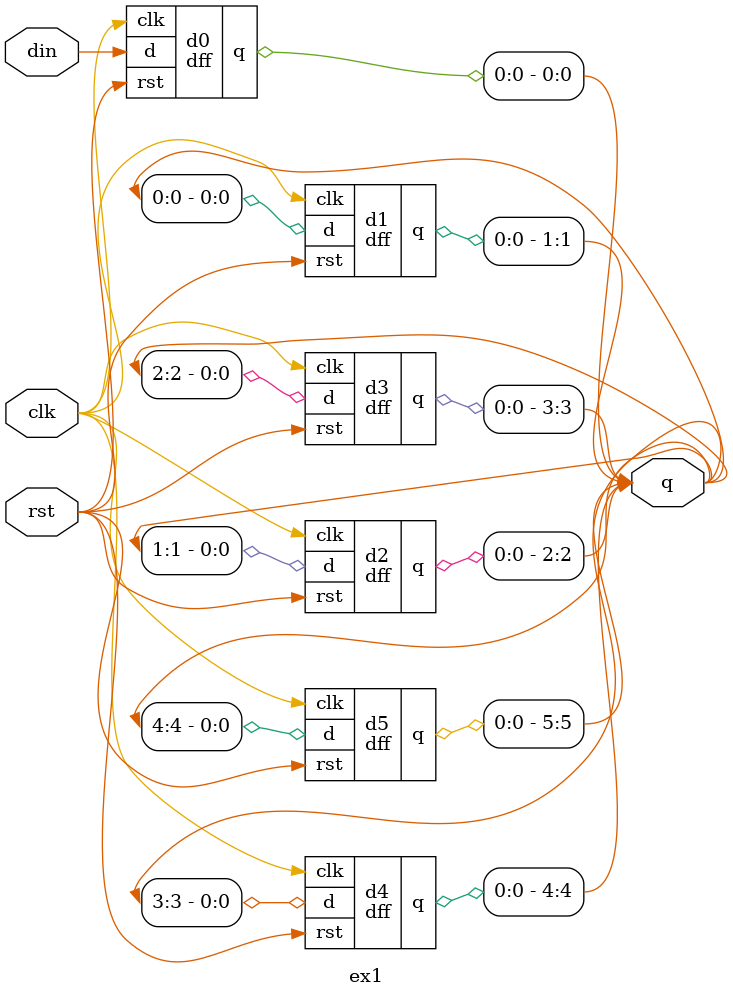
<source format=v>
module dff (input clk, input rst, input d, output reg q);
    always @(posedge clk or posedge rst) begin
        if (rst)
            q <= 1'b0;
        else
            q <= d;
    end
endmodule

module ex1 (
    input clk, input rst, input din,
    output [5:0] q
);
    dff d0(clk, rst, din, q[0]);
    dff d1(clk, rst, q[0], q[1]);
    dff d2(clk, rst, q[1], q[2]);
    dff d3(clk, rst, q[2], q[3]);
    dff d4(clk, rst, q[3], q[4]);
    dff d5(clk, rst, q[4], q[5]);
endmodule


</source>
